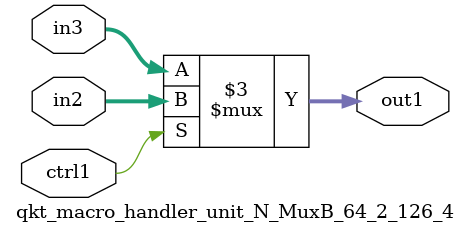
<source format=v>

`timescale 1ps / 1ps


module qkt_macro_handler_unit_N_MuxB_64_2_126_4( in3, in2, ctrl1, out1 );

    input [63:0] in3;
    input [63:0] in2;
    input ctrl1;
    output [63:0] out1;
    reg [63:0] out1;

    
    // rtl_process:qkt_macro_handler_unit_N_MuxB_64_2_126_4/qkt_macro_handler_unit_N_MuxB_64_2_126_4_thread_1
    always @*
      begin : qkt_macro_handler_unit_N_MuxB_64_2_126_4_thread_1
        case (ctrl1) 
          1'b1: 
            begin
              out1 = in2;
            end
          default: 
            begin
              out1 = in3;
            end
        endcase
      end

endmodule



</source>
